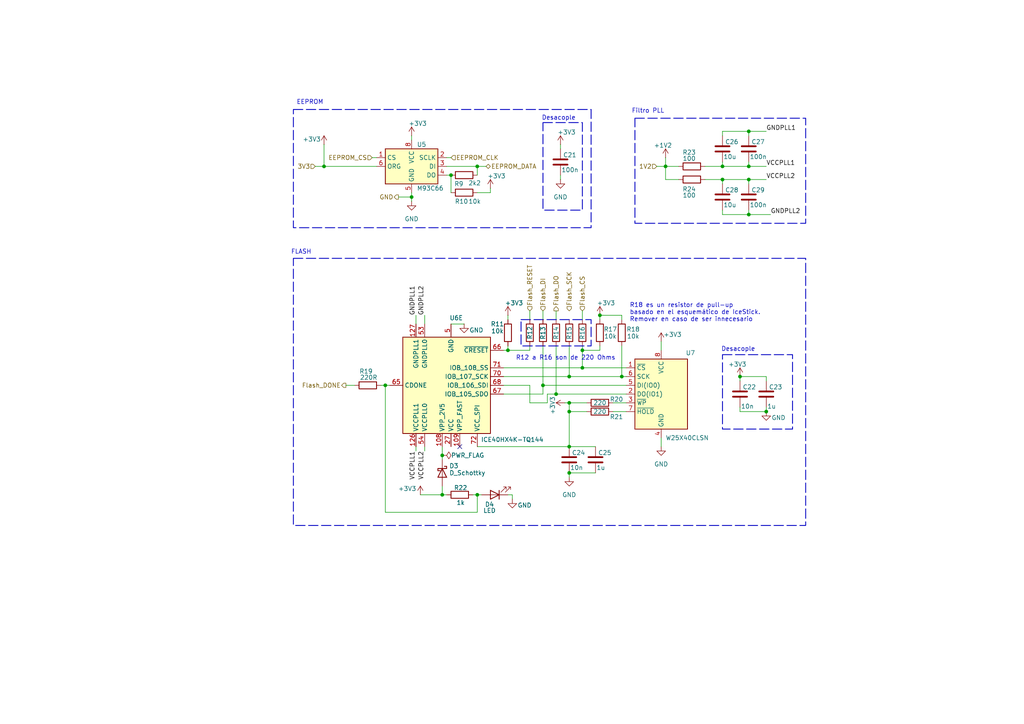
<source format=kicad_sch>
(kicad_sch (version 20231120) (generator "eeschema") (generator_version "8.0")
  (paper "A4")
  (lib_symbols
    (symbol "Device:C" (pin_numbers hide) (pin_names (offset 0.254))
      (property "Reference" "C" (at 0.635 2.54 0))
      (property "Value" "C" (at 0.635 -2.54 0))
      (symbol "C_0_1"
        (polyline (pts (xy -2.032 -0.762) (xy 2.032 -0.762)) (stroke (width 0.508)))
        (polyline (pts (xy -2.032 0.762) (xy 2.032 0.762)) (stroke (width 0.508)))
      )
      (symbol "C_1_1"
        (pin passive line (at 0 3.81 270) (length 2.794) (name "~") (number "1"))
        (pin passive line (at 0 -3.81 90) (length 2.794) (name "~") (number "2"))
      )
    )
    (symbol "Device:D_Schottky" (pin_numbers hide) (pin_names (offset 1.016) hide)
      (property "Reference" "D" (at 0 2.54 0))
      (property "Value" "D_Schottky" (at 0 -2.54 0))
      (symbol "D_Schottky_0_1"
        (polyline (pts (xy 1.27 0) (xy -1.27 0)))
        (polyline (pts (xy 1.27 1.27) (xy 1.27 -1.27) (xy -1.27 0) (xy 1.27 1.27)) (stroke (width 0.254)))
        (polyline (pts (xy -1.905 0.635) (xy -1.905 1.27) (xy -1.27 1.27) (xy -1.27 -1.27) (xy -0.635 -1.27) (xy -0.635 -0.635)) (stroke (width 0.254)))
      )
      (symbol "D_Schottky_1_1"
        (pin passive line (at -3.81 0 0) (length 2.54) (name "K") (number "1"))
        (pin passive line (at 3.81 0 180) (length 2.54) (name "A") (number "2"))
      )
    )
    (symbol "Device:LED" (pin_numbers hide) (pin_names (offset 1.016) hide)
      (property "Reference" "D" (at 0 2.54 0))
      (property "Value" "LED" (at 0 -2.54 0))
      (symbol "LED_0_1"
        (polyline (pts (xy -1.27 -1.27) (xy -1.27 1.27)) (stroke (width 0.254)))
        (polyline (pts (xy -1.27 0) (xy 1.27 0)))
        (polyline (pts (xy 1.27 -1.27) (xy 1.27 1.27) (xy -1.27 0) (xy 1.27 -1.27)) (stroke (width 0.254)))
        (polyline (pts (xy -3.048 -0.762) (xy -4.572 -2.286) (xy -3.81 -2.286) (xy -4.572 -2.286) (xy -4.572 -1.524)))
        (polyline (pts (xy -1.778 -0.762) (xy -3.302 -2.286) (xy -2.54 -2.286) (xy -3.302 -2.286) (xy -3.302 -1.524)))
      )
      (symbol "LED_1_1"
        (pin passive line (at -3.81 0 0) (length 2.54) (name "K") (number "1"))
        (pin passive line (at 3.81 0 180) (length 2.54) (name "A") (number "2"))
      )
    )
    (symbol "Device:R" (pin_numbers hide) (pin_names (offset 0))
      (property "Reference" "R" (at 2.032 0 90))
      (property "Value" "R" (at 0 0 90))
      (symbol "R_0_1"
        (rectangle (start -1.016 -2.54) (end 1.016 2.54) (stroke (width 0.254)))
      )
      (symbol "R_1_1"
        (pin passive line (at 0 3.81 270) (length 1.27) (name "~") (number "1"))
        (pin passive line (at 0 -3.81 90) (length 1.27) (name "~") (number "2"))
      )
    )
    (symbol "FPGA_Lattice:ICE40HX4K-TQ144"
      (property "Reference" "U5" (at 24.13 -5.4962 0))
      (property "Value" "ICE40HX4K-TQ144" (at 24.13 -2.9562 0))
      (symbol "ICE40HX4K-TQ144_1_1"
        (rectangle (start -8.89 41.91) (end 6.35 -36.83) (stroke (width 0.254)) (fill (type background)))
        (pin bidirectional line (at -12.7 30.48 0) (length 3.81) (name "IOT_168") (number "110"))
        (pin bidirectional line (at -12.7 27.94 0) (length 3.81) (name "IOT_169") (number "112"))
        (pin bidirectional line (at -12.7 25.4 0) (length 3.81) (name "IOT_170") (number "113"))
        (pin bidirectional line (at -12.7 22.86 0) (length 3.81) (name "IOT_171") (number "114"))
        (pin bidirectional line (at -12.7 20.32 0) (length 3.81) (name "IOT_172") (number "115"))
        (pin bidirectional line (at -12.7 17.78 0) (length 3.81) (name "IOT_173") (number "116"))
        (pin bidirectional line (at -12.7 15.24 0) (length 3.81) (name "IOT_174") (number "117"))
        (pin bidirectional line (at -12.7 12.7 0) (length 3.81) (name "IOT_177") (number "118"))
        (pin bidirectional line (at -12.7 10.16 0) (length 3.81) (name "IOT_178") (number "119"))
        (pin bidirectional line (at -12.7 7.62 0) (length 3.81) (name "IOT_179") (number "120"))
        (pin bidirectional line (at -12.7 5.08 0) (length 3.81) (name "IOT_181") (number "121"))
        (pin bidirectional line (at -12.7 2.54 0) (length 3.81) (name "IOT_190") (number "122"))
        (pin power_in line (at 0 45.72 270) (length 3.81) (name "VCCIO_0") (number "123"))
        (pin bidirectional line (at -12.7 0 0) (length 3.81) (name "IOT_191") (number "124"))
        (pin bidirectional line (at -12.7 -2.54 0) (length 3.81) (name "IOT_192") (number "125"))
        (pin bidirectional line (at -12.7 -5.08 0) (length 3.81) (name "IOT_197_GBIN1") (number "128"))
        (pin bidirectional line (at -12.7 -7.62 0) (length 3.81) (name "IOT_198_GBIN0") (number "129"))
        (pin bidirectional line (at -12.7 -10.16 0) (length 3.81) (name "IOT_206") (number "130"))
        (pin passive line (at 0 45.72 270) (length 3.81) hide (name "VCCIO_0") (number "131"))
        (pin bidirectional line (at -12.7 -12.7 0) (length 3.81) (name "IOT_212") (number "134"))
        (pin bidirectional line (at -12.7 -15.24 0) (length 3.81) (name "IOT_213") (number "135"))
        (pin bidirectional line (at -12.7 -17.78 0) (length 3.81) (name "IOT_214") (number "136"))
        (pin bidirectional line (at -12.7 -20.32 0) (length 3.81) (name "IOT_215") (number "137"))
        (pin bidirectional line (at -12.7 -22.86 0) (length 3.81) (name "IOT_216") (number "138"))
        (pin bidirectional line (at -12.7 -25.4 0) (length 3.81) (name "IOT_217") (number "139"))
        (pin bidirectional line (at -12.7 -27.94 0) (length 3.81) (name "IOT_219") (number "141"))
        (pin bidirectional line (at -12.7 -30.48 0) (length 3.81) (name "IOT_220") (number "142"))
        (pin bidirectional line (at -12.7 -33.02 0) (length 3.81) (name "IOT_221") (number "143"))
        (pin bidirectional line (at -12.7 -35.56 0) (length 3.81) (name "IOT_222") (number "144"))
      )
      (symbol "ICE40HX4K-TQ144_2_1"
        (rectangle (start -8.89 44.45) (end 6.35 -39.37) (stroke (width 0.254)) (fill (type background)))
        (pin passive line (at 0 48.26 270) (length 3.81) hide (name "VCCIO_1") (number "100"))
        (pin bidirectional line (at -12.7 -25.4 0) (length 3.81) (name "IOR_160") (number "101"))
        (pin bidirectional line (at -12.7 -27.94 0) (length 3.81) (name "IOR_161") (number "102"))
        (pin bidirectional line (at -12.7 -30.48 0) (length 3.81) (name "IOR_164") (number "104"))
        (pin bidirectional line (at -12.7 -33.02 0) (length 3.81) (name "IOR_165") (number "105"))
        (pin bidirectional line (at -12.7 -35.56 0) (length 3.81) (name "IOR_166") (number "106"))
        (pin bidirectional line (at -12.7 -38.1 0) (length 3.81) (name "IOR_167") (number "107"))
        (pin bidirectional line (at -12.7 33.02 0) (length 3.81) (name "IOR_109") (number "73"))
        (pin bidirectional line (at -12.7 30.48 0) (length 3.81) (name "IOR_110") (number "74"))
        (pin bidirectional line (at -12.7 27.94 0) (length 3.81) (name "IOR_111") (number "75"))
        (pin bidirectional line (at -12.7 25.4 0) (length 3.81) (name "IOR_112") (number "76"))
        (pin bidirectional line (at -12.7 22.86 0) (length 3.81) (name "IOR_114") (number "78"))
        (pin bidirectional line (at -12.7 20.32 0) (length 3.81) (name "IOR_115") (number "79"))
        (pin bidirectional line (at -12.7 17.78 0) (length 3.81) (name "IOR_116") (number "80"))
        (pin bidirectional line (at -12.7 15.24 0) (length 3.81) (name "IOR_117") (number "81"))
        (pin bidirectional line (at -12.7 12.7 0) (length 3.81) (name "IOR_118") (number "82"))
        (pin bidirectional line (at -12.7 10.16 0) (length 3.81) (name "IOR_119") (number "83"))
        (pin bidirectional line (at -12.7 7.62 0) (length 3.81) (name "IOR_120") (number "84"))
        (pin bidirectional line (at -12.7 5.08 0) (length 3.81) (name "IOR_128") (number "85"))
        (pin bidirectional line (at -12.7 2.54 0) (length 3.81) (name "IOR_136") (number "87"))
        (pin bidirectional line (at -12.7 0 0) (length 3.81) (name "IOR_137") (number "88"))
        (pin power_in line (at 0 48.26 270) (length 3.81) (name "VCCIO_1") (number "89"))
        (pin bidirectional line (at -12.7 -2.54 0) (length 3.81) (name "IOR_138") (number "90"))
        (pin bidirectional line (at -12.7 -5.08 0) (length 3.81) (name "IOR_139") (number "91"))
        (pin bidirectional line (at -12.7 -7.62 0) (length 3.81) (name "IOR_140_GBIN3") (number "93"))
        (pin bidirectional line (at -12.7 -10.16 0) (length 3.81) (name "IOR_141_GBIN2") (number "94"))
        (pin bidirectional line (at -12.7 -12.7 0) (length 3.81) (name "IOR_144") (number "95"))
        (pin bidirectional line (at -12.7 -15.24 0) (length 3.81) (name "IOR_146") (number "96"))
        (pin bidirectional line (at -12.7 -17.78 0) (length 3.81) (name "IOR_147") (number "97"))
        (pin bidirectional line (at -12.7 -20.32 0) (length 3.81) (name "IOR_148") (number "98"))
        (pin bidirectional line (at -12.7 -22.86 0) (length 3.81) (name "IOR_152") (number "99"))
      )
      (symbol "ICE40HX4K-TQ144_3_1"
        (rectangle (start -8.89 31.75) (end 7.62 -26.67) (stroke (width 0.254)) (fill (type background)))
        (pin bidirectional line (at -12.7 20.32 0) (length 3.81) (name "IOB_56") (number "37"))
        (pin bidirectional line (at -12.7 17.78 0) (length 3.81) (name "IOB_57") (number "38"))
        (pin bidirectional line (at -12.7 15.24 0) (length 3.81) (name "IOB_61") (number "39"))
        (pin bidirectional line (at -12.7 12.7 0) (length 3.81) (name "IOB_63") (number "41"))
        (pin bidirectional line (at -12.7 10.16 0) (length 3.81) (name "IOB_64") (number "42"))
        (pin bidirectional line (at -12.7 7.62 0) (length 3.81) (name "IOB_71") (number "43"))
        (pin bidirectional line (at -12.7 5.08 0) (length 3.81) (name "IOB_72") (number "44"))
        (pin bidirectional line (at -12.7 2.54 0) (length 3.81) (name "IOB_73") (number "45"))
        (pin power_in line (at 0 35.56 270) (length 3.81) (name "VCCIO_2") (number "46"))
        (pin bidirectional line (at -12.7 0 0) (length 3.81) (name "IOB_79") (number "47"))
        (pin bidirectional line (at -12.7 -2.54 0) (length 3.81) (name "IOB_80") (number "48"))
        (pin bidirectional line (at -12.7 -5.08 0) (length 3.81) (name "IOB_81_GBIN5") (number "49"))
        (pin bidirectional line (at -12.7 -7.62 0) (length 3.81) (name "IOB_82_GBIN4") (number "52"))
        (pin bidirectional line (at -12.7 -10.16 0) (length 3.81) (name "IOB_91") (number "55"))
        (pin bidirectional line (at -12.7 -12.7 0) (length 3.81) (name "IOB_94") (number "56"))
        (pin passive line (at 0 35.56 270) (length 3.81) hide (name "VCCIO_2") (number "57"))
        (pin bidirectional line (at -12.7 -15.24 0) (length 3.81) (name "IOB_95") (number "60"))
        (pin bidirectional line (at -12.7 -17.78 0) (length 3.81) (name "IOB_96") (number "61"))
        (pin bidirectional line (at -12.7 -20.32 0) (length 3.81) (name "IOB_102") (number "62"))
        (pin bidirectional line (at -12.7 -22.86 0) (length 3.81) (name "IOB_103_CBSEL0") (number "63"))
        (pin bidirectional line (at -12.7 -25.4 0) (length 3.81) (name "IOB_104_CBSEL1") (number "64"))
      )
      (symbol "ICE40HX4K-TQ144_4_1"
        (rectangle (start -8.89 41.91) (end 6.35 -39.37) (stroke (width 0.254)) (fill (type background)))
        (pin bidirectional line (at -12.7 30.48 0) (length 3.81) (name "IOL_2A") (number "1"))
        (pin bidirectional line (at -12.7 12.7 0) (length 3.81) (name "IOL_5B") (number "10"))
        (pin bidirectional line (at -12.7 10.16 0) (length 3.81) (name "IOL_8A") (number "11"))
        (pin bidirectional line (at -12.7 7.62 0) (length 3.81) (name "IOL_8B") (number "12"))
        (pin bidirectional line (at -12.7 5.08 0) (length 3.81) (name "IOL_10A") (number "15"))
        (pin bidirectional line (at -12.7 2.54 0) (length 3.81) (name "IOL_10B") (number "16"))
        (pin bidirectional line (at -12.7 0 0) (length 3.81) (name "IOL_12A") (number "17"))
        (pin bidirectional line (at -12.7 -2.54 0) (length 3.81) (name "IOL_12B") (number "18"))
        (pin bidirectional line (at -12.7 -5.08 0) (length 3.81) (name "IOL_13A") (number "19"))
        (pin bidirectional line (at -12.7 27.94 0) (length 3.81) (name "IOL_2B") (number "2"))
        (pin bidirectional line (at -12.7 -7.62 0) (length 3.81) (name "IOL_13B_GBIN7") (number "20"))
        (pin bidirectional line (at -12.7 -10.16 0) (length 3.81) (name "IOL_14A_GBIN6") (number "21"))
        (pin bidirectional line (at -12.7 -12.7 0) (length 3.81) (name "IOL_14B") (number "22"))
        (pin bidirectional line (at -12.7 -15.24 0) (length 3.81) (name "IOL_17A") (number "23"))
        (pin bidirectional line (at -12.7 -17.78 0) (length 3.81) (name "IOL_17B") (number "24"))
        (pin bidirectional line (at -12.7 -20.32 0) (length 3.81) (name "IOL_18A") (number "25"))
        (pin bidirectional line (at -12.7 -22.86 0) (length 3.81) (name "IOL_18B") (number "26"))
        (pin bidirectional line (at -12.7 -25.4 0) (length 3.81) (name "IOL_23A") (number "28"))
        (pin bidirectional line (at -12.7 -27.94 0) (length 3.81) (name "IOL_23B") (number "29"))
        (pin bidirectional line (at -12.7 25.4 0) (length 3.81) (name "IOL_3A") (number "3"))
        (pin passive line (at 0 45.72 270) (length 3.81) hide (name "VCCIO_3") (number "30"))
        (pin bidirectional line (at -12.7 -30.48 0) (length 3.81) (name "IOL_24A") (number "31"))
        (pin bidirectional line (at -12.7 -33.02 0) (length 3.81) (name "IOL_24B") (number "32"))
        (pin bidirectional line (at -12.7 -35.56 0) (length 3.81) (name "IOL_25A") (number "33"))
        (pin bidirectional line (at -12.7 -38.1 0) (length 3.81) (name "IOL_25B") (number "34"))
        (pin bidirectional line (at -12.7 22.86 0) (length 3.81) (name "IOL_3B") (number "4"))
        (pin power_in line (at 0 45.72 270) (length 3.81) (name "VCCIO_3") (number "6"))
        (pin bidirectional line (at -12.7 20.32 0) (length 3.81) (name "IOL_4A") (number "7"))
        (pin bidirectional line (at -12.7 17.78 0) (length 3.81) (name "IOL_4B") (number "8"))
        (pin bidirectional line (at -12.7 15.24 0) (length 3.81) (name "IOL_5A") (number "9"))
      )
      (symbol "ICE40HX4K-TQ144_5_1"
        (rectangle (start -11.43 13.97) (end 13.97 -13.97) (stroke (width 0.254)) (fill (type background)))
        (pin passive line (at 0 -17.78 90) (length 3.81) hide (name "GND") (number "103"))
        (pin power_in line (at 2.54 17.78 270) (length 3.81) (name "VPP_2V5") (number "108"))
        (pin power_in line (at -2.54 17.78 270) (length 3.81) (name "VPP_FAST") (number "109"))
        (pin passive line (at 0 17.78 270) (length 3.81) hide (name "VCC") (number "111"))
        (pin power_in line (at 10.16 17.78 270) (length 3.81) (name "VCCPLL1") (number "126"))
        (pin power_in line (at 10.16 -17.78 90) (length 3.81) (name "GNDPLL1") (number "127"))
        (pin passive line (at 0 -17.78 90) (length 3.81) hide (name "GND") (number "13"))
        (pin passive line (at 0 -17.78 90) (length 3.81) hide (name "GND") (number "132"))
        (pin no_connect line (at 12.7 -10.16 180) (length 3.81) hide (name "NC") (number "133"))
        (pin passive line (at 0 -17.78 90) (length 3.81) hide (name "GND") (number "14"))
        (pin passive line (at 0 -17.78 90) (length 3.81) hide (name "GND") (number "140"))
        (pin power_in line (at 0 17.78 270) (length 3.81) (name "VCC") (number "27"))
        (pin no_connect line (at 12.7 5.08 180) (length 3.81) hide (name "NC") (number "35"))
        (pin no_connect line (at 12.7 2.54 180) (length 3.81) hide (name "NC") (number "36"))
        (pin passive line (at 0 17.78 270) (length 3.81) hide (name "VCC") (number "40"))
        (pin power_in line (at 0 -17.78 90) (length 3.81) (name "GND") (number "5"))
        (pin no_connect line (at 12.7 -2.54 180) (length 3.81) hide (name "NC") (number "50"))
        (pin no_connect line (at 12.7 -5.08 180) (length 3.81) hide (name "NC") (number "51"))
        (pin power_in line (at 7.62 -17.78 90) (length 3.81) (name "GNDPLL0") (number "53"))
        (pin power_in line (at 7.62 17.78 270) (length 3.81) (name "VCCPLL0") (number "54"))
        (pin no_connect line (at 12.7 -7.62 180) (length 3.81) hide (name "NC") (number "58"))
        (pin passive line (at 0 -17.78 90) (length 3.81) hide (name "GND") (number "59"))
        (pin open_collector line (at 17.78 0 180) (length 3.81) (name "CDONE") (number "65"))
        (pin input line (at -15.24 -10.16 0) (length 3.81) (name "~{CRESET}") (number "66"))
        (pin bidirectional line (at -15.24 2.54 0) (length 3.81) (name "IOB_105_SDO") (number "67"))
        (pin bidirectional line (at -15.24 0 0) (length 3.81) (name "IOB_106_SDI") (number "68"))
        (pin passive line (at 0 -17.78 90) (length 3.81) hide (name "GND") (number "69"))
        (pin bidirectional line (at -15.24 -2.54 0) (length 3.81) (name "IOB_107_SCK") (number "70"))
        (pin bidirectional line (at -15.24 -5.08 0) (length 3.81) (name "IOB_108_SS") (number "71"))
        (pin power_in line (at -7.62 17.78 270) (length 3.81) (name "VCC_SPI") (number "72"))
        (pin no_connect line (at 12.7 7.62 180) (length 3.81) hide (name "NC") (number "77"))
        (pin passive line (at 0 -17.78 90) (length 3.81) hide (name "GND") (number "86"))
        (pin passive line (at 0 17.78 270) (length 3.81) hide (name "VCC") (number "92"))
      )
    )
    (symbol "Memory_EEPROM:93CxxC"
      (property "Reference" "U" (at -7.62 6.35 0))
      (property "Value" "93CxxC" (at 2.54 -6.35 0))
      (symbol "93CxxC_1_1"
        (rectangle (start -7.62 5.08) (end 7.62 -5.08) (stroke (width 0.254)) (fill (type background)))
        (pin input line (at -10.16 2.54 0) (length 2.54) (name "CS") (number "1"))
        (pin input line (at 10.16 2.54 180) (length 2.54) (name "SCLK") (number "2"))
        (pin input line (at 10.16 0 180) (length 2.54) (name "DI") (number "3"))
        (pin tri_state line (at 10.16 -2.54 180) (length 2.54) (name "DO") (number "4"))
        (pin power_in line (at 0 -7.62 90) (length 2.54) (name "GND") (number "5"))
        (pin input line (at -10.16 0 0) (length 2.54) (name "ORG") (number "6"))
        (pin no_connect line (at -7.62 -2.54 0) (length 2.54) hide (name "NC") (number "7"))
        (pin power_in line (at 0 7.62 270) (length 2.54) (name "VCC") (number "8"))
      )
    )
    (symbol "Memory_Flash:W25X40CLSN"
      (property "Reference" "U" (at -7.62 10.16 0))
      (property "Value" "W25X40CLSN" (at 2.54 10.16 0))
      (symbol "W25X40CLSN_0_1"
        (rectangle (start -7.62 10.16) (end 7.62 -10.16) (stroke (width 0.254)) (fill (type background)))
      )
      (symbol "W25X40CLSN_1_1"
        (pin input line (at -10.16 7.62 0) (length 2.54) (name "~{CS}") (number "1"))
        (pin bidirectional line (at -10.16 0 0) (length 2.54) (name "DO(IO1)") (number "2"))
        (pin bidirectional line (at -10.16 -2.54 0) (length 2.54) (name "~{WP}") (number "3"))
        (pin power_in line (at 0 -12.7 90) (length 2.54) (name "GND") (number "4"))
        (pin bidirectional line (at -10.16 2.54 0) (length 2.54) (name "DI(IO0)") (number "5"))
        (pin input line (at -10.16 5.08 0) (length 2.54) (name "SCK") (number "6"))
        (pin bidirectional line (at -10.16 -5.08 0) (length 2.54) (name "~{HOLD}") (number "7"))
        (pin power_in line (at 0 12.7 270) (length 2.54) (name "VCC") (number "8"))
      )
    )
    (symbol "power:+3.3V" (power) (pin_numbers hide) (pin_names (offset 0) hide)
      (property "Value" "+3.3V" (at 0 3.556 0))
      (symbol "+3.3V_0_1"
        (polyline (pts (xy -0.762 1.27) (xy 0 2.54)))
        (polyline (pts (xy 0 0) (xy 0 2.54)))
        (polyline (pts (xy 0 2.54) (xy 0.762 1.27)))
      )
      (symbol "+3.3V_1_1"
        (pin power_in line (at 0 0 90) (length 0) (name "~") (number "1"))
      )
    )
    (symbol "power:+5V" (power) (pin_numbers hide) (pin_names (offset 0) hide)
      (property "Value" "+5V" (at 0 3.556 0))
      (symbol "+5V_0_1"
        (polyline (pts (xy -0.762 1.27) (xy 0 2.54)))
        (polyline (pts (xy 0 0) (xy 0 2.54)))
        (polyline (pts (xy 0 2.54) (xy 0.762 1.27)))
      )
      (symbol "+5V_1_1"
        (pin power_in line (at 0 0 90) (length 0) (name "~") (number "1"))
      )
    )
    (symbol "power:GND" (power) (pin_numbers hide) (pin_names (offset 0) hide)
      (property "Value" "GND" (at 0 -3.81 0))
      (symbol "GND_0_1"
        (polyline (pts (xy 0 0) (xy 0 -1.27) (xy 1.27 -1.27) (xy 0 -2.54) (xy -1.27 -1.27) (xy 0 -1.27)))
      )
      (symbol "GND_1_1"
        (pin power_in line (at 0 0 270) (length 0) (name "~") (number "1"))
      )
    )
    (symbol "power:PWR_FLAG" (power) (pin_numbers hide) (pin_names (offset 0) hide)
      (property "Value" "PWR_FLAG" (at 0 3.81 0))
      (symbol "PWR_FLAG_0_0"
        (pin power_out line (at 0 0 90) (length 0) (name "~") (number "1"))
      )
      (symbol "PWR_FLAG_0_1"
        (polyline (pts (xy 0 0) (xy 0 1.27) (xy -1.016 1.905) (xy 0 2.54) (xy 1.016 1.905) (xy 0 1.27)))
      )
    )
  )
  (junction (at 217.17 52.07))
  (junction (at 119.38 57.15))
  (junction (at 93.98 48.26))
  (junction (at 193.04 48.26))
  (junction (at 111.76 111.76))
  (junction (at 168.91 101.6))
  (junction (at 173.99 91.44))
  (junction (at 180.34 109.22))
  (junction (at 217.17 48.26))
  (junction (at 128.27 143.51))
  (junction (at 217.17 62.23))
  (junction (at 168.91 106.68))
  (junction (at 165.1 137.16))
  (junction (at 130.81 50.8))
  (junction (at 128.27 132.08))
  (junction (at 209.55 48.26))
  (junction (at 165.1 109.22))
  (junction (at 138.43 143.51))
  (junction (at 214.63 109.22))
  (junction (at 165.1 119.38))
  (junction (at 147.32 101.6))
  (junction (at 209.55 52.07))
  (junction (at 138.43 48.26))
  (junction (at 165.1 116.84))
  (junction (at 157.48 111.76))
  (junction (at 217.17 38.1))
  (junction (at 222.25 119.38))
  (junction (at 165.1 129.54))
  (junction (at 161.29 114.3))
  (no_connect (at 133.35 129.54))
  (wire (pts (xy 214.63 109.22) (xy 222.25 109.22)))
  (wire (pts (xy 193.04 48.26) (xy 196.85 48.26)))
  (wire (pts (xy 146.05 111.76) (xy 153.67 111.76)))
  (wire (pts (xy 146.05 101.6) (xy 147.32 101.6)))
  (wire (pts (xy 217.17 52.07) (xy 222.25 52.07)))
  (wire (pts (xy 129.54 48.26) (xy 138.43 48.26)))
  (wire (pts (xy 165.1 137.16) (xy 165.1 138.43)))
  (wire (pts (xy 214.63 119.38) (xy 214.63 118.11)))
  (wire (pts (xy 138.43 55.88) (xy 142.24 55.88)))
  (wire (pts (xy 93.98 48.26) (xy 109.22 48.26)))
  (wire (pts (xy 168.91 101.6) (xy 173.99 101.6)))
  (wire (pts (xy 165.1 116.84) (xy 165.1 119.38)))
  (wire (pts (xy 91.44 48.26) (xy 93.98 48.26)))
  (wire (pts (xy 217.17 52.07) (xy 217.17 53.34)))
  (wire (pts (xy 173.99 100.33) (xy 173.99 101.6)))
  (wire (pts (xy 180.34 91.44) (xy 173.99 91.44)))
  (wire (pts (xy 137.16 143.51) (xy 138.43 143.51)))
  (wire (pts (xy 168.91 101.6) (xy 168.91 100.33)))
  (wire (pts (xy 165.1 119.38) (xy 170.18 119.38)))
  (wire (pts (xy 165.1 109.22) (xy 180.34 109.22)))
  (wire (pts (xy 209.55 39.37) (xy 209.55 38.1)))
  (wire (pts (xy 107.95 45.72) (xy 109.22 45.72)))
  (wire (pts (xy 217.17 48.26) (xy 222.25 48.26)))
  (wire (pts (xy 128.27 140.97) (xy 128.27 143.51)))
  (wire (pts (xy 191.77 127) (xy 191.77 129.54)))
  (wire (pts (xy 170.18 116.84) (xy 165.1 116.84)))
  (wire (pts (xy 161.29 114.3) (xy 181.61 114.3)))
  (wire (pts (xy 217.17 38.1) (xy 222.25 38.1)))
  (wire (pts (xy 146.05 114.3) (xy 157.48 114.3)))
  (wire (pts (xy 168.91 106.68) (xy 181.61 106.68)))
  (wire (pts (xy 110.49 111.76) (xy 111.76 111.76)))
  (wire (pts (xy 138.43 129.54) (xy 165.1 129.54)))
  (wire (pts (xy 100.33 111.76) (xy 102.87 111.76)))
  (wire (pts (xy 119.38 57.15) (xy 119.38 58.42)))
  (wire (pts (xy 128.27 143.51) (xy 129.54 143.51)))
  (wire (pts (xy 168.91 90.17) (xy 168.91 92.71)))
  (wire (pts (xy 168.91 106.68) (xy 168.91 101.6)))
  (wire (pts (xy 119.38 55.88) (xy 119.38 57.15)))
  (wire (pts (xy 128.27 129.54) (xy 128.27 132.08)))
  (wire (pts (xy 158.75 116.84) (xy 158.75 114.3)))
  (wire (pts (xy 111.76 111.76) (xy 111.76 148.59)))
  (wire (pts (xy 163.83 116.84) (xy 165.1 116.84)))
  (wire (pts (xy 193.04 45.72) (xy 193.04 48.26)))
  (wire (pts (xy 209.55 38.1) (xy 217.17 38.1)))
  (wire (pts (xy 128.27 143.51) (xy 121.92 143.51)))
  (wire (pts (xy 217.17 48.26) (xy 209.55 48.26)))
  (wire (pts (xy 146.05 106.68) (xy 168.91 106.68)))
  (wire (pts (xy 120.65 129.54) (xy 120.65 130.81)))
  (wire (pts (xy 147.32 143.51) (xy 148.59 143.51)))
  (wire (pts (xy 177.8 116.84) (xy 181.61 116.84)))
  (wire (pts (xy 138.43 143.51) (xy 139.7 143.51)))
  (wire (pts (xy 214.63 119.38) (xy 222.25 119.38)))
  (wire (pts (xy 165.1 129.54) (xy 172.72 129.54)))
  (wire (pts (xy 191.77 99.06) (xy 191.77 101.6)))
  (wire (pts (xy 173.99 91.44) (xy 173.99 92.71)))
  (wire (pts (xy 130.81 93.98) (xy 134.62 93.98)))
  (wire (pts (xy 193.04 52.07) (xy 193.04 48.26)))
  (wire (pts (xy 111.76 111.76) (xy 113.03 111.76)))
  (wire (pts (xy 119.38 39.37) (xy 119.38 40.64)))
  (wire (pts (xy 146.05 109.22) (xy 165.1 109.22)))
  (wire (pts (xy 147.32 100.33) (xy 147.32 101.6)))
  (wire (pts (xy 209.55 60.96) (xy 209.55 62.23)))
  (wire (pts (xy 147.32 101.6) (xy 153.67 101.6)))
  (wire (pts (xy 209.55 53.34) (xy 209.55 52.07)))
  (wire (pts (xy 181.61 109.22) (xy 180.34 109.22)))
  (wire (pts (xy 157.48 100.33) (xy 157.48 111.76)))
  (wire (pts (xy 217.17 46.99) (xy 217.17 48.26)))
  (wire (pts (xy 157.48 114.3) (xy 157.48 111.76)))
  (wire (pts (xy 153.67 92.71) (xy 153.67 90.17)))
  (wire (pts (xy 153.67 100.33) (xy 153.67 101.6)))
  (wire (pts (xy 161.29 90.17) (xy 161.29 92.71)))
  (wire (pts (xy 138.43 148.59) (xy 138.43 143.51)))
  (wire (pts (xy 157.48 90.17) (xy 157.48 92.71)))
  (wire (pts (xy 138.43 48.26) (xy 138.43 50.8)))
  (wire (pts (xy 165.1 109.22) (xy 165.1 100.33)))
  (wire (pts (xy 217.17 52.07) (xy 209.55 52.07)))
  (wire (pts (xy 181.61 119.38) (xy 177.8 119.38)))
  (wire (pts (xy 129.54 45.72) (xy 130.81 45.72)))
  (wire (pts (xy 138.43 48.26) (xy 140.97 48.26)))
  (wire (pts (xy 217.17 62.23) (xy 223.52 62.23)))
  (wire (pts (xy 157.48 111.76) (xy 181.61 111.76)))
  (wire (pts (xy 217.17 60.96) (xy 217.17 62.23)))
  (wire (pts (xy 161.29 100.33) (xy 161.29 114.3)))
  (wire (pts (xy 217.17 38.1) (xy 217.17 39.37)))
  (wire (pts (xy 147.32 92.71) (xy 147.32 91.44)))
  (wire (pts (xy 162.56 41.91) (xy 162.56 43.18)))
  (wire (pts (xy 209.55 46.99) (xy 209.55 48.26)))
  (wire (pts (xy 148.59 143.51) (xy 148.59 144.78)))
  (wire (pts (xy 165.1 119.38) (xy 165.1 129.54)))
  (wire (pts (xy 214.63 109.22) (xy 214.63 110.49)))
  (wire (pts (xy 180.34 100.33) (xy 180.34 109.22)))
  (wire (pts (xy 180.34 92.71) (xy 180.34 91.44)))
  (wire (pts (xy 162.56 50.8) (xy 162.56 52.07)))
  (wire (pts (xy 153.67 116.84) (xy 158.75 116.84)))
  (wire (pts (xy 158.75 114.3) (xy 161.29 114.3)))
  (wire (pts (xy 128.27 133.35) (xy 128.27 132.08)))
  (wire (pts (xy 93.98 41.91) (xy 93.98 48.26)))
  (wire (pts (xy 130.81 55.88) (xy 130.81 50.8)))
  (wire (pts (xy 115.57 57.15) (xy 119.38 57.15)))
  (wire (pts (xy 123.19 91.44) (xy 123.19 93.98)))
  (wire (pts (xy 129.54 50.8) (xy 130.81 50.8)))
  (wire (pts (xy 111.76 148.59) (xy 138.43 148.59)))
  (wire (pts (xy 190.5 48.26) (xy 193.04 48.26)))
  (wire (pts (xy 172.72 137.16) (xy 165.1 137.16)))
  (wire (pts (xy 153.67 111.76) (xy 153.67 116.84)))
  (wire (pts (xy 222.25 119.38) (xy 222.25 118.11)))
  (wire (pts (xy 222.25 109.22) (xy 222.25 110.49)))
  (wire (pts (xy 204.47 52.07) (xy 209.55 52.07)))
  (wire (pts (xy 209.55 62.23) (xy 217.17 62.23)))
  (wire (pts (xy 196.85 52.07) (xy 193.04 52.07)))
  (wire (pts (xy 123.19 129.54) (xy 123.19 130.81)))
  (wire (pts (xy 142.24 54.61) (xy 142.24 55.88)))
  (wire (pts (xy 204.47 48.26) (xy 209.55 48.26)))
  (wire (pts (xy 120.65 91.44) (xy 120.65 93.98)))
  (rectangle (start 209.55 102.87) (end 229.87 124.46) (stroke (width 0.25) (type dash)))
  (rectangle (start 157.48 35.56) (end 168.91 60.96) (stroke (width 0.25) (type dash)))
  (rectangle (start 184.15 34.29) (end 233.68 64.77) (stroke (width 0.25) (type dash)))
  (rectangle (start 85.09 74.93) (end 233.68 152.4) (stroke (width 0.25) (type dash)))
  (rectangle (start 85.09 31.75) (end 171.45 66.04) (stroke (width 0.25) (type dash)))
  (rectangle (start 151.13 92.71) (end 171.45 100.33) (stroke (width 0.25) (type dash)))
  (text "R12 a R16 son de 220 Ohms" (at 149.606 103.886 0) (effects (font (size 1.27 1.27)) (justify left)))
  (text "Filtro PLL" (at 187.96 32.258 0) (effects (font (size 1.27 1.27))))
  (text "EEPROM" (at 89.916 29.718 0) (effects (font (size 1.27 1.27))))
  (text "R18 es un resistor de pull-up\nbasado en el esquemático de IceStick.\nRemover en caso de ser innecesario" (at 182.626 90.678 0) (effects (font (size 1.27 1.27)) (justify left)))
  (text "Desacople\n" (at 214.122 101.346 0) (effects (font (size 1.27 1.27))))
  (text "FLASH" (at 87.376 73.152 0) (effects (font (size 1.27 1.27))))
  (text "Desacople" (at 162.052 34.29 0) (effects (font (size 1.27 1.27))))
  (label "VCCPLL1" (at 222.25 48.26 0))
  (label "VCCPLL2" (at 222.25 52.07 0))
  (label "GNDPLL2" (at 223.52 62.23 0))
  (label "GNDPLL2" (at 123.19 91.44 90))
  (label "VCCPLL2" (at 123.19 130.81 270))
  (label "GNDPLL1" (at 120.65 91.44 90))
  (label "GNDPLL1" (at 222.25 38.1 0))
  (label "VCCPLL1" (at 120.65 130.81 270))
  (hierarchical_label "Flash_RESET" (shape input) (at 153.67 90.17 90))
  (hierarchical_label "Flash_CS" (shape input) (at 168.91 90.17 90))
  (hierarchical_label "EEPROM_CS" (shape input) (at 107.95 45.72 180))
  (hierarchical_label "Flash_SCK" (shape input) (at 165.1 90.17 90))
  (hierarchical_label "Flash_DONE" (shape output) (at 100.33 111.76 180))
  (hierarchical_label "EEPROM_DATA" (shape bidirectional) (at 140.97 48.26 0))
  (hierarchical_label "Flash_DO" (shape output) (at 161.29 90.17 90))
  (hierarchical_label "3V3" (shape input) (at 91.44 48.26 180))
  (hierarchical_label "GND" (shape output) (at 115.57 57.15 180))
  (hierarchical_label "1V2" (shape input) (at 190.5 48.26 180))
  (hierarchical_label "EEPROM_CLK" (shape input) (at 130.81 45.72 0))
  (hierarchical_label "Flash_DI" (shape input) (at 157.48 90.17 90))
  (symbol (lib_id "Device:R") (at 134.62 50.8 270) (unit 1)
    (property "Reference" "R9" (at 133.096 53.34 90))
    (property "Value" "2k2" (at 137.668 53.086 90))
    (property "Footprint" "Resistor_SMD:R_1206_3216Metric" (effects (hide yes)))
    (property "Description" "Resistor" (effects (hide yes)))
  )
  (symbol (lib_id "Device:R") (at 165.1 96.52 0) (unit 1)
    (property "Reference" "R15" (at 165.1 98.552 90) (effects (justify left)))
    (property "Value" "R" (effects (hide yes)))
    (property "Footprint" "Resistor_SMD:R_1206_3216Metric" (effects (hide yes)))
    (property "Description" "Resistor" (effects (hide yes)))
  )
  (symbol (lib_id "Memory_EEPROM:93CxxC") (at 119.38 48.26 0) (unit 1)
    (property "Reference" "U5" (at 120.904 41.91 0) (effects (justify left)))
    (property "Value" "M93C66" (at 120.904 54.61 0) (effects (justify left)))
    (property "Footprint" "Package_SO:SOIC-8_3.9x4.9mm_P1.27mm" (effects (hide yes)))
    (property "Datasheet" "http://ww1.microchip.com/downloads/en/DeviceDoc/20001749K.pdf" (effects (hide yes)))
    (property "Description" "Serial EEPROM, 93 Series, with ORG Pin, 5.0V, DIP-8/SOIC-8" (effects (hide yes)))
  )
  (symbol (lib_id "Device:LED") (at 143.51 143.51 180) (unit 1)
    (property "Reference" "D4" (at 141.986 146.304 0))
    (property "Value" "LED" (at 141.986 148.082 0))
    (property "Footprint" "libraries:WL-SMTW_3528" (effects (hide yes)))
    (property "Description" "Light emitting diode" (effects (hide yes)))
  )
  (symbol (lib_id "Device:C") (at 217.17 43.18 0) (unit 1)
    (property "Reference" "C27" (at 217.932 41.148 0) (effects (justify left)))
    (property "Value" "100n" (at 217.424 45.466 0) (effects (justify left)))
    (property "Footprint" "Capacitor_SMD:C_1206_3216Metric" (effects (hide yes)))
    (property "Description" "Unpolarized capacitor" (effects (hide yes)))
  )
  (symbol (lib_id "power:GND") (at 148.59 144.78 0) (unit 1)
    (property "Reference" "#PWR040" (effects (hide yes)))
    (property "Value" "GND" (at 152.146 146.558 0))
    (property "Description" "Power symbol creates a global label with name \"GND\" , ground" (effects (hide yes)))
  )
  (symbol (lib_id "Device:R") (at 106.68 111.76 90) (unit 1)
    (property "Reference" "R19" (at 106.172 107.696 90))
    (property "Value" "220R" (at 106.934 109.474 90))
    (property "Footprint" "Resistor_SMD:R_1206_3216Metric" (effects (hide yes)))
    (property "Description" "Resistor" (effects (hide yes)))
  )
  (symbol (lib_id "power:GND") (at 119.38 58.42 0) (unit 1)
    (property "Reference" "#PWR029" (effects (hide yes)))
    (property "Value" "GND" (at 119.38 63.5 0))
    (property "Description" "Power symbol creates a global label with name \"GND\" , ground" (effects (hide yes)))
  )
  (symbol (lib_id "power:+3.3V") (at 173.99 91.44 0) (unit 1)
    (property "Reference" "#PWR031" (effects (hide yes)))
    (property "Value" "+3V3" (at 175.768 87.884 0))
    (property "Description" "Power symbol creates a global label with name \"+3.3V\"" (effects (hide yes)))
  )
  (symbol (lib_id "Device:R") (at 157.48 96.52 0) (unit 1)
    (property "Reference" "R13" (at 157.48 98.552 90) (effects (justify left)))
    (property "Value" "R" (effects (hide yes)))
    (property "Footprint" "Resistor_SMD:R_1206_3216Metric" (effects (hide yes)))
    (property "Description" "Resistor" (effects (hide yes)))
  )
  (symbol (lib_id "Device:R") (at 153.67 96.52 180) (unit 1)
    (property "Reference" "R12" (at 153.67 96.52 90))
    (property "Value" "220" (effects (hide yes)))
    (property "Footprint" "Resistor_SMD:R_1206_3216Metric" (effects (hide yes)))
    (property "Description" "Resistor" (effects (hide yes)))
  )
  (symbol (lib_id "Device:C") (at 165.1 133.35 0) (unit 1)
    (property "Reference" "C24" (at 165.862 131.318 0) (effects (justify left)))
    (property "Value" "10n" (at 165.354 135.636 0) (effects (justify left)))
    (property "Footprint" "Capacitor_SMD:C_1206_3216Metric" (effects (hide yes)))
    (property "Description" "Unpolarized capacitor" (effects (hide yes)))
  )
  (symbol (lib_id "Device:C") (at 209.55 57.15 0) (unit 1)
    (property "Reference" "C28" (at 210.312 55.118 0) (effects (justify left)))
    (property "Value" "10u" (at 209.804 59.436 0) (effects (justify left)))
    (property "Footprint" "Capacitor_SMD:C_1206_3216Metric" (effects (hide yes)))
    (property "Description" "Unpolarized capacitor" (effects (hide yes)))
  )
  (symbol (lib_id "Device:R") (at 173.99 119.38 90) (unit 1)
    (property "Reference" "R21" (at 178.816 120.904 90))
    (property "Value" "220" (at 173.99 119.38 90))
    (property "Footprint" "Resistor_SMD:R_1206_3216Metric" (effects (hide yes)))
    (property "Description" "Resistor" (effects (hide yes)))
  )
  (symbol (lib_id "power:+3.3V") (at 93.98 41.91 0) (unit 1)
    (property "Reference" "#PWR025" (effects (hide yes)))
    (property "Value" "+3V3" (at 90.424 40.386 0))
    (property "Description" "Power symbol creates a global label with name \"+3.3V\"" (effects (hide yes)))
  )
  (symbol (lib_id "Device:R") (at 200.66 52.07 90) (unit 1)
    (property "Reference" "R24" (at 199.898 54.864 90))
    (property "Value" "100" (at 199.898 56.642 90))
    (property "Footprint" "Resistor_SMD:R_1206_3216Metric" (effects (hide yes)))
    (property "Description" "Resistor" (effects (hide yes)))
  )
  (symbol (lib_id "Device:C") (at 162.56 46.99 0) (unit 1)
    (property "Reference" "C21" (at 163.322 44.958 0) (effects (justify left)))
    (property "Value" "100n" (at 162.814 49.276 0) (effects (justify left)))
    (property "Footprint" "Capacitor_SMD:C_1206_3216Metric" (effects (hide yes)))
    (property "Description" "Unpolarized capacitor" (effects (hide yes)))
  )
  (symbol (lib_id "power:+3.3V") (at 162.56 41.91 0) (unit 1)
    (property "Reference" "#PWR026" (effects (hide yes)))
    (property "Value" "+3V3" (at 164.338 38.354 0))
    (property "Description" "Power symbol creates a global label with name \"+3.3V\"" (effects (hide yes)))
  )
  (symbol (lib_id "Device:C") (at 172.72 133.35 0) (unit 1)
    (property "Reference" "C25" (at 173.482 131.318 0) (effects (justify left)))
    (property "Value" "1u" (at 172.974 135.636 0) (effects (justify left)))
    (property "Footprint" "Capacitor_SMD:C_1206_3216Metric" (effects (hide yes)))
    (property "Description" "Unpolarized capacitor" (effects (hide yes)))
  )
  (symbol (lib_id "Device:R") (at 180.34 96.52 0) (unit 1)
    (property "Reference" "R18" (at 183.642 95.504 0))
    (property "Value" "10k" (at 183.642 97.536 0))
    (property "Footprint" "Resistor_SMD:R_1206_3216Metric" (effects (hide yes)))
    (property "Description" "Resistor" (effects (hide yes)))
  )
  (symbol (lib_id "Device:C") (at 214.63 114.3 0) (unit 1)
    (property "Reference" "C22" (at 215.392 112.268 0) (effects (justify left)))
    (property "Value" "10n" (at 214.884 117.856 0) (effects (justify left)))
    (property "Footprint" "Capacitor_SMD:C_1206_3216Metric" (effects (hide yes)))
    (property "Description" "Unpolarized capacitor" (effects (hide yes)))
  )
  (symbol (lib_id "power:+3.3V") (at 119.38 39.37 0) (unit 1)
    (property "Reference" "#PWR024" (effects (hide yes)))
    (property "Value" "+3V3" (at 121.158 35.814 0))
    (property "Description" "Power symbol creates a global label with name \"+3.3V\"" (effects (hide yes)))
  )
  (symbol (lib_id "Device:C") (at 222.25 114.3 0) (unit 1)
    (property "Reference" "C23" (at 223.012 112.268 0) (effects (justify left)))
    (property "Value" "1u" (at 222.504 117.856 0) (effects (justify left)))
    (property "Footprint" "Capacitor_SMD:C_1206_3216Metric" (effects (hide yes)))
    (property "Description" "Unpolarized capacitor" (effects (hide yes)))
  )
  (symbol (lib_id "Device:R") (at 200.66 48.26 90) (unit 1)
    (property "Reference" "R23" (at 199.898 44.196 90))
    (property "Value" "100" (at 199.898 45.974 90))
    (property "Footprint" "Resistor_SMD:R_1206_3216Metric" (effects (hide yes)))
    (property "Description" "Resistor" (effects (hide yes)))
  )
  (symbol (lib_id "power:GND") (at 162.56 52.07 0) (unit 1)
    (property "Reference" "#PWR027" (effects (hide yes)))
    (property "Value" "GND" (at 162.56 57.15 0))
    (property "Description" "Power symbol creates a global label with name \"GND\" , ground" (effects (hide yes)))
  )
  (symbol (lib_id "Device:R") (at 173.99 116.84 270) (unit 1)
    (property "Reference" "R20" (at 178.816 115.824 90))
    (property "Value" "220" (at 173.99 116.84 90))
    (property "Footprint" "Resistor_SMD:R_1206_3216Metric" (effects (hide yes)))
    (property "Description" "Resistor" (effects (hide yes)))
  )
  (symbol (lib_id "power:+3.3V") (at 142.24 54.61 0) (unit 1)
    (property "Reference" "#PWR028" (effects (hide yes)))
    (property "Value" "+3V3" (at 144.018 51.054 0))
    (property "Description" "Power symbol creates a global label with name \"+3.3V\"" (effects (hide yes)))
  )
  (symbol (lib_id "Device:R") (at 133.35 143.51 270) (unit 1)
    (property "Reference" "R22" (at 133.604 141.478 90))
    (property "Value" "1k" (at 133.604 145.796 90))
    (property "Footprint" "Resistor_SMD:R_1206_3216Metric" (effects (hide yes)))
    (property "Description" "Resistor" (effects (hide yes)))
  )
  (symbol (lib_id "power:+3.3V") (at 214.63 109.22 0) (unit 1)
    (property "Reference" "#PWR034" (effects (hide yes)))
    (property "Value" "+3V3" (at 213.868 105.664 0))
    (property "Description" "Power symbol creates a global label with name \"+3.3V\"" (effects (hide yes)))
  )
  (symbol (lib_id "Device:R") (at 173.99 96.52 0) (unit 1)
    (property "Reference" "R17" (at 177.038 95.504 0))
    (property "Value" "10k" (at 177.038 97.536 0))
    (property "Footprint" "Resistor_SMD:R_1206_3216Metric" (effects (hide yes)))
    (property "Description" "Resistor" (effects (hide yes)))
  )
  (symbol (lib_id "Device:D_Schottky") (at 128.27 137.16 270) (unit 1)
    (property "Reference" "D3" (at 130.302 135.128 90) (effects (justify left)))
    (property "Value" "D_Schottky" (at 130.302 137.16 90) (effects (justify left)))
    (property "Footprint" "Diode_SMD:D_1206_3216Metric" (effects (hide yes)))
    (property "Description" "Schottky diode" (effects (hide yes)))
  )
  (symbol (lib_id "Memory_Flash:W25X40CLSN") (at 191.77 114.3 0) (unit 1)
    (property "Reference" "U7" (at 198.882 102.362 0) (effects (justify left)))
    (property "Value" "W25X40CLSN" (at 193.04 127 0) (effects (justify left)))
    (property "Footprint" "Package_SO:SOIC-8_3.9x4.9mm_P1.27mm" (effects (hide yes)))
    (property "Datasheet" "https://www.winbond.com/resource-files/W25X40CL_G%2020210505.pdf" (effects (hide yes)))
    (property "Description" "4Mbit Serial Flash memory, dual I/O SPI, SOIC-8" (effects (hide yes)))
  )
  (symbol (lib_id "power:GND") (at 222.25 119.38 0) (unit 1)
    (property "Reference" "#PWR036" (effects (hide yes)))
    (property "Value" "GND" (at 225.806 121.158 0))
    (property "Description" "Power symbol creates a global label with name \"GND\" , ground" (effects (hide yes)))
  )
  (symbol (lib_id "FPGA_Lattice:ICE40HX4K-TQ144") (at 130.81 111.76 180) (unit 5)
    (property "Reference" "U6" (at 132.334 92.202 0))
    (property "Value" "ICE40HX4K-TQ144" (at 148.59 127.508 0))
    (property "Footprint" "Package_QFP:TQFP-144_20x20mm_P0.5mm" (effects (hide yes)))
    (property "Datasheet" "http://www.latticesemi.com/Products/FPGAandCPLD/iCE40" (effects (hide yes)))
    (property "Description" "iCE40 HX FPGA, 3520 LUTs, 1.2V, TQFP-144" (effects (hide yes)))
  )
  (symbol (lib_id "Device:R") (at 161.29 96.52 0) (unit 1)
    (property "Reference" "R14" (at 161.29 98.552 90) (effects (justify left)))
    (property "Value" "R" (effects (hide yes)))
    (property "Footprint" "Resistor_SMD:R_1206_3216Metric" (effects (hide yes)))
    (property "Description" "Resistor" (effects (hide yes)))
  )
  (symbol (lib_id "power:+3.3V") (at 191.77 99.06 0) (unit 1)
    (property "Reference" "#PWR033" (effects (hide yes)))
    (property "Value" "+3V3" (at 195.072 97.028 0))
    (property "Description" "Power symbol creates a global label with name \"+3.3V\"" (effects (hide yes)))
  )
  (symbol (lib_id "Device:R") (at 134.62 55.88 270) (unit 1)
    (property "Reference" "R10" (at 133.858 58.42 90))
    (property "Value" "10k" (at 137.668 58.42 90))
    (property "Footprint" "Resistor_SMD:R_1206_3216Metric" (effects (hide yes)))
    (property "Description" "Resistor" (effects (hide yes)))
  )
  (symbol (lib_id "power:+3.3V") (at 121.92 143.51 0) (unit 1)
    (property "Reference" "#PWR039" (effects (hide yes)))
    (property "Value" "+3V3" (at 118.11 141.732 0))
    (property "Description" "Power symbol creates a global label with name \"+3.3V\"" (effects (hide yes)))
  )
  (symbol (lib_id "Device:R") (at 147.32 96.52 0) (unit 1)
    (property "Reference" "R11" (at 144.272 93.98 0))
    (property "Value" "10k" (at 144.272 96.012 0))
    (property "Footprint" "Resistor_SMD:R_1206_3216Metric" (effects (hide yes)))
    (property "Description" "Resistor" (effects (hide yes)))
  )
  (symbol (lib_id "power:GND") (at 134.62 93.98 0) (unit 1)
    (property "Reference" "#PWR032" (effects (hide yes)))
    (property "Value" "GND" (at 138.176 95.758 0))
    (property "Description" "Power symbol creates a global label with name \"GND\" , ground" (effects (hide yes)))
  )
  (symbol (lib_id "Device:C") (at 209.55 43.18 0) (unit 1)
    (property "Reference" "C26" (at 210.312 41.148 0) (effects (justify left)))
    (property "Value" "10u" (at 209.804 45.466 0) (effects (justify left)))
    (property "Footprint" "Capacitor_SMD:C_1206_3216Metric" (effects (hide yes)))
    (property "Description" "Unpolarized capacitor" (effects (hide yes)))
  )
  (symbol (lib_id "power:PWR_FLAG") (at 128.27 132.08 270) (unit 1)
    (property "Reference" "#FLG07" (effects (hide yes)))
    (property "Value" "PWR_FLAG" (at 130.81 132.08 90) (effects (justify left)))
    (property "Description" "Special symbol for telling ERC where power comes from" (effects (hide yes)))
  )
  (symbol (lib_id "power:GND") (at 191.77 129.54 0) (unit 1)
    (property "Reference" "#PWR037" (effects (hide yes)))
    (property "Value" "GND" (at 191.77 134.62 0))
    (property "Description" "Power symbol creates a global label with name \"GND\" , ground" (effects (hide yes)))
  )
  (symbol (lib_id "power:GND") (at 165.1 138.43 0) (unit 1)
    (property "Reference" "#PWR038" (effects (hide yes)))
    (property "Value" "GND" (at 165.1 143.51 0))
    (property "Description" "Power symbol creates a global label with name \"GND\" , ground" (effects (hide yes)))
  )
  (symbol (lib_id "power:+5V") (at 193.04 45.72 0) (unit 1)
    (property "Reference" "#PWR041" (effects (hide yes)))
    (property "Value" "+1V2" (at 192.278 42.164 0))
    (property "Description" "Power symbol creates a global label with name \"+5V\"" (effects (hide yes)))
  )
  (symbol (lib_id "Device:R") (at 168.91 96.52 0) (unit 1)
    (property "Reference" "R16" (at 168.91 98.552 90) (effects (justify left)))
    (property "Value" "R" (effects (hide yes)))
    (property "Footprint" "Resistor_SMD:R_1206_3216Metric" (effects (hide yes)))
    (property "Description" "Resistor" (effects (hide yes)))
  )
  (symbol (lib_id "Device:C") (at 217.17 57.15 0) (unit 1)
    (property "Reference" "C29" (at 217.932 55.118 0) (effects (justify left)))
    (property "Value" "100n" (at 217.424 59.436 0) (effects (justify left)))
    (property "Footprint" "Capacitor_SMD:C_1206_3216Metric" (effects (hide yes)))
    (property "Description" "Unpolarized capacitor" (effects (hide yes)))
  )
  (symbol (lib_id "power:+3.3V") (at 147.32 91.44 0) (unit 1)
    (property "Reference" "#PWR030" (effects (hide yes)))
    (property "Value" "+3V3" (at 149.098 87.884 0))
    (property "Description" "Power symbol creates a global label with name \"+3.3V\"" (effects (hide yes)))
  )
  (symbol (lib_id "power:+3.3V") (at 163.83 116.84 90) (unit 1)
    (property "Reference" "#PWR035" (effects (hide yes)))
    (property "Value" "+3V3" (at 160.274 117.602 0))
    (property "Description" "Power symbol creates a global label with name \"+3.3V\"" (effects (hide yes)))
  )
)
</source>
